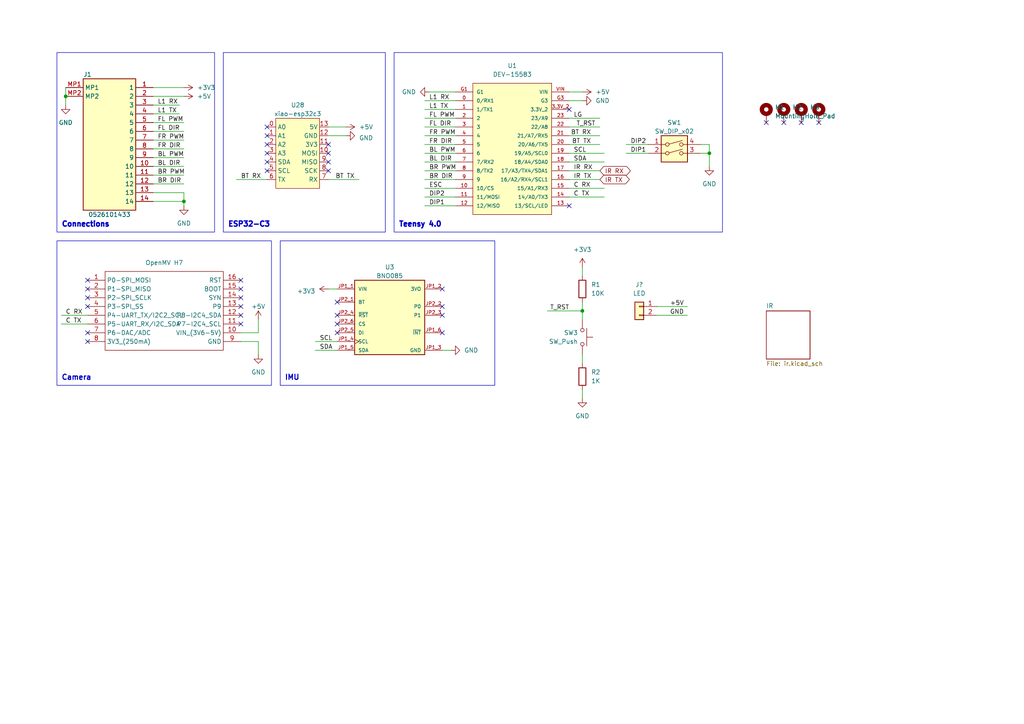
<source format=kicad_sch>
(kicad_sch (version 20230121) (generator eeschema)
  (paper "A4")
  (lib_symbols
    (symbol "4754:4754" (pin_names (offset 1.016))
      (property "Reference" "U" (at -10.16 12.192 0))
      (property "Value" "4754" (at -10.16 -12.7 0))
      (symbol "4754_0_0"
        (rectangle (start -10.16 11.43) (end 10.16 -10.16) (stroke (width 0.254)) (fill (type background)))
        (pin input line (at -15.24 8.89 0) (length 5.08) (name "VIN") (number "JP1_1"))
        (pin output line (at 15.24 8.89 180) (length 5.08) (name "3VO") (number "JP1_2"))
        (pin power_in line (at 15.24 -8.89 180) (length 5.08) (name "GND") (number "JP1_3"))
        (pin bidirectional clock (at -15.24 -6.35 0) (length 5.08) (name "SCL") (number "JP1_4"))
        (pin bidirectional line (at -15.24 -8.89 0) (length 5.08) (name "SDA") (number "JP1_5"))
        (pin output line (at 15.24 -3.81 180) (length 5.08) (name "~{INT}") (number "JP1_6"))
        (pin input line (at -15.24 5.08 0) (length 5.08) (name "BT") (number "JP2_1"))
        (pin bidirectional line (at 15.24 3.81 180) (length 5.08) (name "P0") (number "JP2_2"))
        (pin bidirectional line (at 15.24 1.27 180) (length 5.08) (name "P1") (number "JP2_3"))
        (pin input line (at -15.24 1.27 0) (length 5.08) (name "~{RST}") (number "JP2_4"))
        (pin input line (at -15.24 -3.81 0) (length 5.08) (name "DI") (number "JP2_5"))
        (pin input line (at -15.24 -1.27 0) (length 5.08) (name "CS") (number "JP2_6"))
      )
    )
    (symbol "52271-1479:52271-1479"
      (property "Reference" "J" (at 21.59 7.62 0))
      (property "Value" "52271-1479" (at 21.59 5.08 0))
      (symbol "52271-1479_1_1"
        (rectangle (start 5.08 2.54) (end 20.32 -35.56) (stroke (width 0.254)) (fill (type background)))
        (pin passive line (at 25.4 0 180) (length 5.08) (name "1") (number "1"))
        (pin passive line (at 25.4 -22.86 180) (length 5.08) (name "10") (number "10"))
        (pin passive line (at 25.4 -25.4 180) (length 5.08) (name "11") (number "11"))
        (pin passive line (at 25.4 -27.94 180) (length 5.08) (name "12") (number "12"))
        (pin passive line (at 25.4 -30.48 180) (length 5.08) (name "13") (number "13"))
        (pin passive line (at 25.4 -33.02 180) (length 5.08) (name "14") (number "14"))
        (pin passive line (at 25.4 -2.54 180) (length 5.08) (name "2") (number "2"))
        (pin passive line (at 25.4 -5.08 180) (length 5.08) (name "3") (number "3"))
        (pin passive line (at 25.4 -7.62 180) (length 5.08) (name "4") (number "4"))
        (pin passive line (at 25.4 -10.16 180) (length 5.08) (name "5") (number "5"))
        (pin passive line (at 25.4 -12.7 180) (length 5.08) (name "6") (number "6"))
        (pin passive line (at 25.4 -15.24 180) (length 5.08) (name "7") (number "7"))
        (pin passive line (at 25.4 -17.78 180) (length 5.08) (name "8") (number "8"))
        (pin passive line (at 25.4 -20.32 180) (length 5.08) (name "9") (number "9"))
        (pin passive line (at 0 0 0) (length 5.08) (name "MP1") (number "MP1"))
        (pin passive line (at 0 -2.54 0) (length 5.08) (name "MP2") (number "MP2"))
      )
    )
    (symbol "Connector_Generic:Conn_01x02" (pin_names (offset 1.016) hide)
      (property "Reference" "J" (at 0 2.54 0))
      (property "Value" "Conn_01x02" (at 0 -5.08 0))
      (symbol "Conn_01x02_1_1"
        (rectangle (start -1.27 -2.413) (end 0 -2.667) (stroke (width 0.1524)))
        (rectangle (start -1.27 0.127) (end 0 -0.127) (stroke (width 0.1524)))
        (rectangle (start -1.27 1.27) (end 1.27 -3.81) (stroke (width 0.254)) (fill (type background)))
        (pin passive line (at -5.08 0 0) (length 3.81) (name "Pin_1") (number "1"))
        (pin passive line (at -5.08 -2.54 0) (length 3.81) (name "Pin_2") (number "2"))
      )
    )
    (symbol "Device:R" (pin_numbers hide) (pin_names (offset 0))
      (property "Reference" "R" (at 2.032 0 90))
      (property "Value" "R" (at 0 0 90))
      (symbol "R_0_1"
        (rectangle (start -1.016 -2.54) (end 1.016 2.54) (stroke (width 0.254)))
      )
      (symbol "R_1_1"
        (pin passive line (at 0 3.81 270) (length 1.27) (name "~") (number "1"))
        (pin passive line (at 0 -3.81 90) (length 1.27) (name "~") (number "2"))
      )
    )
    (symbol "Mechanical:MountingHole_Pad" (pin_numbers hide) (pin_names (offset 1.016) hide)
      (property "Reference" "H" (at 0 6.35 0))
      (property "Value" "MountingHole_Pad" (at 0 4.445 0))
      (symbol "MountingHole_Pad_0_1"
        (circle (center 0 1.27) (radius 1.27) (stroke (width 1.27)))
      )
      (symbol "MountingHole_Pad_1_1"
        (pin input line (at 0 -2.54 90) (length 2.54) (name "1") (number "1"))
      )
    )
    (symbol "OpenMV:OpenMV_H7"
      (property "Reference" "U" (at -16.51 3.81 0))
      (property "Value" "OpenMV H7" (at -12.7 1.27 0))
      (symbol "OpenMV_H7_0_1"
        (rectangle (start -17.78 0) (end 16.51 -22.86))
      )
      (symbol "OpenMV_H7_1_1"
        (pin input line (at -22.86 -2.54 0) (length 5.08) (name "P0-SPI_MOSI") (number "1"))
        (pin power_in line (at 21.59 -17.78 180) (length 5.08) (name "VIN_(3V6-5V)") (number "10"))
        (pin input line (at 21.59 -15.24 180) (length 5.08) (name "P7-I2C4_SCL") (number "11"))
        (pin bidirectional line (at 21.59 -12.7 180) (length 5.08) (name "P8-I2C4_SDA") (number "12"))
        (pin input line (at 21.59 -10.16 180) (length 5.08) (name "P9") (number "13"))
        (pin input line (at 21.59 -7.62 180) (length 5.08) (name "SYN") (number "14"))
        (pin input line (at 21.59 -5.08 180) (length 5.08) (name "BOOT") (number "15"))
        (pin input line (at 21.59 -2.54 180) (length 5.08) (name "RST") (number "16"))
        (pin input line (at -22.86 -5.08 0) (length 5.08) (name "P1-SPI_MISO") (number "2"))
        (pin input line (at -22.86 -7.62 0) (length 5.08) (name "P2-SPI_SCLK") (number "3"))
        (pin input line (at -22.86 -10.16 0) (length 5.08) (name "P3-SPI_SS") (number "4"))
        (pin input line (at -22.86 -12.7 0) (length 5.08) (name "P4-UART_TX/I2C2_SCL") (number "5"))
        (pin bidirectional line (at -22.86 -15.24 0) (length 5.08) (name "P5-UART_RX/I2C_SDA") (number "6"))
        (pin input line (at -22.86 -17.78 0) (length 5.08) (name "P6-DAC/ADC") (number "7"))
        (pin power_out line (at -22.86 -20.32 0) (length 5.08) (name "3V3_(250mA)") (number "8"))
        (pin power_in line (at 21.59 -20.32 180) (length 5.08) (name "GND") (number "9"))
      )
    )
    (symbol "Seeed_Studio_XIAO_Series:xiao-esp32c3"
      (property "Reference" "U" (at -5.08 1.27 0))
      (property "Value" "xiao-esp32c3" (at 0 -21.59 0))
      (symbol "xiao-esp32c3_1_1"
        (rectangle (start -6.35 0) (end 6.35 -20.32) (fill (type background)))
        (pin input line (at -8.89 -2.54 0) (length 2.54) (name "A0") (number "0"))
        (pin input line (at -8.89 -5.08 0) (length 2.54) (name "A1") (number "1"))
        (pin bidirectional line (at 8.89 -10.16 180) (length 2.54) (name "MOSI") (number "10"))
        (pin bidirectional line (at 8.89 -7.62 180) (length 2.54) (name "3V3") (number "11"))
        (pin bidirectional line (at 8.89 -5.08 180) (length 2.54) (name "GND") (number "12"))
        (pin bidirectional line (at 8.89 -2.54 180) (length 2.54) (name "5V") (number "13"))
        (pin input line (at -8.89 -7.62 0) (length 2.54) (name "A2") (number "2"))
        (pin input line (at -8.89 -10.16 0) (length 2.54) (name "A3") (number "3"))
        (pin bidirectional line (at -8.89 -12.7 0) (length 2.54) (name "SDA") (number "4"))
        (pin bidirectional line (at -8.89 -15.24 0) (length 2.54) (name "SCL") (number "5"))
        (pin bidirectional line (at -8.89 -17.78 0) (length 2.54) (name "TX") (number "6"))
        (pin bidirectional line (at 8.89 -17.78 180) (length 2.54) (name "RX") (number "7"))
        (pin bidirectional line (at 8.89 -15.24 180) (length 2.54) (name "SCK") (number "8"))
        (pin bidirectional line (at 8.89 -12.7 180) (length 2.54) (name "MISO") (number "9"))
      )
    )
    (symbol "Switch:SW_DIP_x02" (pin_names (offset 0) hide)
      (property "Reference" "SW" (at 0 6.35 0))
      (property "Value" "SW_DIP_x02" (at 0 -3.81 0))
      (symbol "SW_DIP_x02_0_0"
        (circle (center -2.032 0) (radius 0.508))
        (circle (center -2.032 2.54) (radius 0.508))
        (polyline (pts (xy -1.524 0.127) (xy 2.3622 1.1684)))
        (polyline (pts (xy -1.524 2.667) (xy 2.3622 3.7084)))
        (circle (center 2.032 0) (radius 0.508))
        (circle (center 2.032 2.54) (radius 0.508))
      )
      (symbol "SW_DIP_x02_0_1"
        (rectangle (start -3.81 5.08) (end 3.81 -2.54) (stroke (width 0.254)) (fill (type background)))
      )
      (symbol "SW_DIP_x02_1_1"
        (pin passive line (at -7.62 2.54 0) (length 5.08) (name "~") (number "1"))
        (pin passive line (at -7.62 0 0) (length 5.08) (name "~") (number "2"))
        (pin passive line (at 7.62 0 180) (length 5.08) (name "~") (number "3"))
        (pin passive line (at 7.62 2.54 180) (length 5.08) (name "~") (number "4"))
      )
    )
    (symbol "Switch:SW_Push" (pin_numbers hide) (pin_names (offset 1.016) hide)
      (property "Reference" "SW" (at 1.27 2.54 0))
      (property "Value" "SW_Push" (at 0 -1.524 0))
      (symbol "SW_Push_0_1"
        (circle (center -2.032 0) (radius 0.508))
        (polyline (pts (xy 0 1.27) (xy 0 3.048)))
        (polyline (pts (xy 2.54 1.27) (xy -2.54 1.27)))
        (circle (center 2.032 0) (radius 0.508))
        (pin passive line (at -5.08 0 0) (length 2.54) (name "1") (number "1"))
        (pin passive line (at 5.08 0 180) (length 2.54) (name "2") (number "2"))
      )
    )
    (symbol "Teensy 4.0:Teensy 4.0" (pin_names (offset 1.016)) (in_bom no)
      (property "Reference" "U" (at -12.7 23.622 0))
      (property "Value" "Teensy 4.0" (at -12.7 -17.78 0))
      (symbol "Teensy 4.0_0_0"
        (rectangle (start -11.43 22.86) (end 11.43 -15.24) (stroke (width 0.1524)) (fill (type background)))
        (pin bidirectional line (at -16.51 12.7 0) (length 5.08) (name "2") (number "2"))
        (pin bidirectional line (at -16.51 10.16 0) (length 5.08) (name "3") (number "3"))
        (pin power_in line (at 16.51 15.24 180) (length 5.08) (name "3.3V_2") (number "3.3V_2"))
        (pin bidirectional line (at -16.51 7.62 0) (length 5.08) (name "4") (number "4"))
        (pin bidirectional line (at -16.51 5.08 0) (length 5.08) (name "5") (number "5"))
        (pin bidirectional line (at -16.51 2.54 0) (length 5.08) (name "6") (number "6"))
        (pin bidirectional line (at -16.51 -5.08 0) (length 5.08) (name "9") (number "9"))
        (pin power_in line (at -16.51 20.32 0) (length 5.08) (name "G1") (number "G1"))
        (pin power_in line (at 16.51 17.78 180) (length 5.08) (name "G3") (number "G3"))
        (pin power_in line (at 16.51 20.32 180) (length 5.08) (name "VIN") (number "VIN"))
      )
      (symbol "Teensy 4.0_1_0"
        (pin bidirectional line (at -16.51 17.78 0) (length 5.08) (name "0/RX1") (number "0"))
        (pin bidirectional line (at -16.51 15.24 0) (length 5.08) (name "1/TX1") (number "1"))
        (pin bidirectional line (at -16.51 -7.62 0) (length 5.08) (name "10/CS") (number "10"))
        (pin bidirectional line (at -16.51 -10.16 0) (length 5.08) (name "11/MOSI") (number "11"))
        (pin bidirectional line (at -16.51 -12.7 0) (length 5.08) (name "12/MISO") (number "12"))
        (pin bidirectional line (at 16.51 -12.7 180) (length 5.08) (name "13/SCL/LED") (number "13"))
        (pin bidirectional line (at 16.51 -10.16 180) (length 5.08) (name "14/A0/TX3") (number "14"))
        (pin bidirectional line (at 16.51 -7.62 180) (length 5.08) (name "15/A1/RX3") (number "15"))
        (pin bidirectional line (at 16.51 -5.08 180) (length 5.08) (name "16/A2/RX4/SCL1") (number "16"))
        (pin bidirectional line (at 16.51 -2.54 180) (length 5.08) (name "17/A3/TX4/SDA1") (number "17"))
        (pin bidirectional line (at 16.51 0 180) (length 5.08) (name "18/A4/SDA0") (number "18"))
        (pin bidirectional line (at 16.51 2.54 180) (length 5.08) (name "19/A5/SCL0") (number "19"))
        (pin bidirectional line (at 16.51 5.08 180) (length 5.08) (name "20/A6/TX5") (number "20"))
        (pin bidirectional line (at 16.51 7.62 180) (length 5.08) (name "21/A7/RX5") (number "21"))
        (pin bidirectional line (at 16.51 10.16 180) (length 5.08) (name "22/A8") (number "22"))
        (pin bidirectional line (at 16.51 12.7 180) (length 5.08) (name "23/A9") (number "23"))
        (pin bidirectional line (at -16.51 0 0) (length 5.08) (name "7/RX2") (number "7"))
        (pin bidirectional line (at -16.51 -2.54 0) (length 5.08) (name "8/TX2") (number "8"))
      )
    )
    (symbol "power:+3V3" (power) (pin_names (offset 0))
      (property "Value" "+3V3" (at 0 3.556 0))
      (symbol "+3V3_0_1"
        (polyline (pts (xy -0.762 1.27) (xy 0 2.54)))
        (polyline (pts (xy 0 0) (xy 0 2.54)))
        (polyline (pts (xy 0 2.54) (xy 0.762 1.27)))
      )
      (symbol "+3V3_1_1"
        (pin power_in line (at 0 0 90) (length 0) hide (name "+3V3") (number "1"))
      )
    )
    (symbol "power:+5V" (power) (pin_names (offset 0))
      (property "Value" "+5V" (at 0 3.556 0))
      (symbol "+5V_0_1"
        (polyline (pts (xy -0.762 1.27) (xy 0 2.54)))
        (polyline (pts (xy 0 0) (xy 0 2.54)))
        (polyline (pts (xy 0 2.54) (xy 0.762 1.27)))
      )
      (symbol "+5V_1_1"
        (pin power_in line (at 0 0 90) (length 0) hide (name "+5V") (number "1"))
      )
    )
    (symbol "power:GND" (power) (pin_names (offset 0))
      (property "Value" "GND" (at 0 -3.81 0))
      (symbol "GND_0_1"
        (polyline (pts (xy 0 0) (xy 0 -1.27) (xy 1.27 -1.27) (xy 0 -2.54) (xy -1.27 -1.27) (xy 0 -1.27)))
      )
      (symbol "GND_1_1"
        (pin power_in line (at 0 0 270) (length 0) hide (name "GND") (number "1"))
      )
    )
  )
  (junction (at 19.05 27.94))
  (junction (at 205.74 44.45))
  (junction (at 168.91 90.17))
  (junction (at 53.34 58.42))
  (no_connect (at 227.33 35.56))
  (no_connect (at 97.79 96.52))
  (no_connect (at 25.4 88.9))
  (no_connect (at 69.85 91.44))
  (no_connect (at 95.25 46.99))
  (no_connect (at 69.85 93.98))
  (no_connect (at 77.47 41.91))
  (no_connect (at 95.25 44.45))
  (no_connect (at 97.79 91.44))
  (no_connect (at 69.85 81.28))
  (no_connect (at 25.4 96.52))
  (no_connect (at 77.47 39.37))
  (no_connect (at 232.41 35.56))
  (no_connect (at 77.47 44.45))
  (no_connect (at 128.27 96.52))
  (no_connect (at 128.27 88.9))
  (no_connect (at 95.25 49.53))
  (no_connect (at 69.85 83.82))
  (no_connect (at 69.85 86.36))
  (no_connect (at 165.1 31.75))
  (no_connect (at 25.4 99.06))
  (no_connect (at 69.85 88.9))
  (no_connect (at 97.79 87.63))
  (no_connect (at 77.47 36.83))
  (no_connect (at 77.47 49.53))
  (no_connect (at 165.1 59.69))
  (no_connect (at 25.4 83.82))
  (no_connect (at 237.49 35.56))
  (no_connect (at 25.4 86.36))
  (no_connect (at 128.27 83.82))
  (no_connect (at 95.25 41.91))
  (no_connect (at 222.25 35.56))
  (no_connect (at 25.4 81.28))
  (no_connect (at 97.79 93.98))
  (no_connect (at 128.27 91.44))
  (no_connect (at 77.47 46.99))
  (wire (pts (xy 123.19 36.83) (xy 132.08 36.83)))
  (wire (pts (xy 168.91 105.41) (xy 168.91 102.87)))
  (wire (pts (xy 44.45 55.88) (xy 53.34 55.88)))
  (wire (pts (xy 205.74 44.45) (xy 205.74 48.26)))
  (wire (pts (xy 123.19 59.69) (xy 132.08 59.69)))
  (wire (pts (xy 44.45 58.42) (xy 53.34 58.42)))
  (wire (pts (xy 123.19 57.15) (xy 132.08 57.15)))
  (wire (pts (xy 97.79 83.82) (xy 95.25 83.82)))
  (wire (pts (xy 165.1 41.91) (xy 173.99 41.91)))
  (wire (pts (xy 165.1 52.07) (xy 173.99 52.07)))
  (wire (pts (xy 44.45 53.34) (xy 53.34 53.34)))
  (wire (pts (xy 17.78 93.98) (xy 25.4 93.98)))
  (wire (pts (xy 74.93 99.06) (xy 74.93 102.87)))
  (wire (pts (xy 91.44 99.06) (xy 97.79 99.06)))
  (wire (pts (xy 91.44 101.6) (xy 97.79 101.6)))
  (wire (pts (xy 44.45 45.72) (xy 53.34 45.72)))
  (wire (pts (xy 44.45 40.64) (xy 53.34 40.64)))
  (wire (pts (xy 168.91 77.47) (xy 168.91 80.01)))
  (wire (pts (xy 165.1 29.21) (xy 168.91 29.21)))
  (wire (pts (xy 165.1 34.29) (xy 173.99 34.29)))
  (wire (pts (xy 168.91 87.63) (xy 168.91 90.17)))
  (wire (pts (xy 203.2 44.45) (xy 205.74 44.45)))
  (wire (pts (xy 123.19 52.07) (xy 132.08 52.07)))
  (wire (pts (xy 128.27 101.6) (xy 130.81 101.6)))
  (wire (pts (xy 168.91 90.17) (xy 158.75 90.17)))
  (wire (pts (xy 165.1 36.83) (xy 173.99 36.83)))
  (wire (pts (xy 190.5 91.44) (xy 199.39 91.44)))
  (wire (pts (xy 44.45 30.48) (xy 52.07 30.48)))
  (wire (pts (xy 44.45 35.56) (xy 53.34 35.56)))
  (wire (pts (xy 53.34 55.88) (xy 53.34 58.42)))
  (wire (pts (xy 123.19 49.53) (xy 132.08 49.53)))
  (wire (pts (xy 168.91 113.03) (xy 168.91 115.57)))
  (wire (pts (xy 203.2 41.91) (xy 205.74 41.91)))
  (wire (pts (xy 68.58 52.07) (xy 77.47 52.07)))
  (wire (pts (xy 69.85 99.06) (xy 74.93 99.06)))
  (wire (pts (xy 181.61 41.91) (xy 187.96 41.91)))
  (wire (pts (xy 165.1 49.53) (xy 173.99 49.53)))
  (wire (pts (xy 44.45 33.02) (xy 52.07 33.02)))
  (wire (pts (xy 123.19 34.29) (xy 132.08 34.29)))
  (wire (pts (xy 17.78 91.44) (xy 25.4 91.44)))
  (wire (pts (xy 123.19 54.61) (xy 132.08 54.61)))
  (wire (pts (xy 123.19 41.91) (xy 132.08 41.91)))
  (wire (pts (xy 44.45 50.8) (xy 53.34 50.8)))
  (wire (pts (xy 95.25 39.37) (xy 100.33 39.37)))
  (wire (pts (xy 165.1 26.67) (xy 168.91 26.67)))
  (wire (pts (xy 165.1 39.37) (xy 173.99 39.37)))
  (wire (pts (xy 165.1 46.99) (xy 175.26 46.99)))
  (wire (pts (xy 165.1 54.61) (xy 175.26 54.61)))
  (wire (pts (xy 95.25 36.83) (xy 100.33 36.83)))
  (wire (pts (xy 123.19 39.37) (xy 132.08 39.37)))
  (wire (pts (xy 123.19 44.45) (xy 132.08 44.45)))
  (wire (pts (xy 19.05 25.4) (xy 19.05 27.94)))
  (wire (pts (xy 165.1 44.45) (xy 175.26 44.45)))
  (wire (pts (xy 44.45 38.1) (xy 53.34 38.1)))
  (wire (pts (xy 168.91 90.17) (xy 168.91 92.71)))
  (wire (pts (xy 19.05 27.94) (xy 19.05 30.48)))
  (wire (pts (xy 205.74 41.91) (xy 205.74 44.45)))
  (wire (pts (xy 44.45 48.26) (xy 53.34 48.26)))
  (wire (pts (xy 44.45 43.18) (xy 53.34 43.18)))
  (wire (pts (xy 123.19 29.21) (xy 132.08 29.21)))
  (wire (pts (xy 132.08 26.67) (xy 124.46 26.67)))
  (wire (pts (xy 69.85 96.52) (xy 74.93 96.52)))
  (wire (pts (xy 165.1 57.15) (xy 175.26 57.15)))
  (wire (pts (xy 74.93 92.71) (xy 74.93 96.52)))
  (wire (pts (xy 190.5 88.9) (xy 199.39 88.9)))
  (wire (pts (xy 181.61 44.45) (xy 187.96 44.45)))
  (wire (pts (xy 44.45 25.4) (xy 53.34 25.4)))
  (wire (pts (xy 53.34 59.69) (xy 53.34 58.42)))
  (wire (pts (xy 123.19 46.99) (xy 132.08 46.99)))
  (wire (pts (xy 44.45 27.94) (xy 53.34 27.94)))
  (wire (pts (xy 104.14 52.07) (xy 95.25 52.07)))
  (wire (pts (xy 123.19 31.75) (xy 132.08 31.75)))
  (rectangle (start 64.77 15.24) (end 111.76 67.31))
  (rectangle (start 114.3 15.24) (end 209.55 67.31))
  (rectangle (start 16.51 69.85) (end 78.74 111.76))
  (rectangle (start 16.51 15.24) (end 62.23 67.31))
  (rectangle (start 81.28 69.85) (end 143.51 111.76))
  (text "ESP32-C3" (at 66.04 66.04 0) (effects (font (size 1.5 1.5) (thickness 0.4) bold) (justify left bottom)))
  (text "Camera" (at 17.78 110.49 0) (effects (font (size 1.5 1.5) (thickness 0.3) bold) (justify left bottom)))
  (text "Teensy 4.0" (at 115.57 66.04 0) (effects (font (size 1.5 1.5) (thickness 0.4) bold) (justify left bottom)))
  (text "IMU" (at 82.55 110.49 0) (effects (font (size 1.5 1.5) (thickness 0.3) bold) (justify left bottom)))
  (text "Connections" (at 17.78 66.04 0) (effects (font (size 1.5 1.5) (thickness 0.4) bold) (justify left bottom)))
  (label "BL DIR" (at 124.46 46.99 0))
  (label "BR DIR" (at 124.46 52.07 0))
  (label "L1 RX" (at 45.72 30.48 0))
  (label "L1 TX" (at 124.46 31.75 0))
  (label "L1 TX" (at 45.72 33.02 0))
  (label "C TX" (at 19.05 93.98 0))
  (label "C RX" (at 166.37 54.61 0))
  (label "T_RST" (at 165.1 90.17 180))
  (label "FL DIR" (at 124.46 36.83 0))
  (label "DIP1" (at 182.88 44.45 0))
  (label "BR PWM" (at 124.46 49.53 0))
  (label "DIP2" (at 124.46 57.15 0))
  (label "BT TX" (at 171.45 41.91 180))
  (label "BR DIR" (at 45.72 53.34 0))
  (label "BL PWM" (at 45.72 45.72 0))
  (label "BR PWM" (at 45.72 50.8 0))
  (label "DIP1" (at 124.46 59.69 0))
  (label "SDA" (at 166.37 46.99 0))
  (label "BT RX" (at 69.85 52.07 0))
  (label "FR DIR" (at 45.72 43.18 0))
  (label "IR TX" (at 166.37 52.07 0))
  (label "+5V" (at 194.31 88.9 0))
  (label "ESC" (at 124.46 54.61 0))
  (label "SCL" (at 166.37 44.45 0))
  (label "C TX" (at 166.37 57.15 0))
  (label "DIP2" (at 182.88 41.91 0))
  (label "FR PWM" (at 124.46 39.37 0))
  (label "FR DIR" (at 124.46 41.91 0))
  (label "LG" (at 166.37 34.29 0))
  (label "C RX" (at 19.05 91.44 0))
  (label "SDA" (at 92.71 101.6 0))
  (label "FL PWM" (at 45.72 35.56 0))
  (label "FR PWM" (at 45.72 40.64 0))
  (label "BL DIR" (at 45.72 48.26 0))
  (label "FL DIR" (at 45.72 38.1 0))
  (label "GND" (at 194.31 91.44 0))
  (label "L1 RX" (at 124.46 29.21 0))
  (label "FL PWM" (at 124.46 34.29 0))
  (label "BL PWM" (at 124.46 44.45 0))
  (label "SCL" (at 92.71 99.06 0))
  (label "BT TX" (at 102.87 52.07 180))
  (label "IR RX" (at 166.37 49.53 0))
  (label "T_RST" (at 172.72 36.83 180))
  (label "BT RX" (at 171.45 39.37 180))
  (global_label "IR TX" (shape bidirectional) (at 173.99 52.07 0) (property "Intersheetrefs" "${INTERSHEET_REFS}" (effects hide)))
  (global_label "IR RX" (shape bidirectional) (at 173.99 49.53 0) (property "Intersheetrefs" "${INTERSHEET_REFS}" (effects hide)))
  (symbol (lib_id "Connector_Generic:Conn_01x02") (at 185.42 88.9 0) (mirror y) (unit 1)
    (property "Reference" "J?" (at 185.42 82.55 0))
    (property "Value" "LED" (at 185.42 85.09 0))
    (property "Footprint" "LED_THT:LED_D3.0mm_Horizontal_O1.27mm_Z2.0mm_Clear" (effects hide))
  )
  (symbol (lib_id "OpenMV:OpenMV_H7") (at 48.26 78.74 0) (unit 1)
    (property "Reference" "U2" (effects hide))
    (property "Value" "OpenMV H7" (at 47.625 76.2 0))
    (property "Footprint" "footprints:openmv" (effects hide))
    (property "Datasheet" "https://cdn.shopify.com/s/files/1/0803/9211/files/OpenMV-H7.pdf?10726770933929369108" (effects hide))
  )
  (symbol (lib_id "52271-1479:52271-1479") (at 19.05 25.4 0) (unit 1)
    (property "Reference" "J1" (at 25.4 21.59 0))
    (property "Value" "0526101433" (at 31.75 62.23 0))
    (property "Footprint" "footprints:522711479" (effects hide))
    (property "Datasheet" "http://uk.rs-online.com/web/p/products/5109607" (effects hide))
    (property "Height" "3.2" (effects hide))
    (property "Manufacturer_Name" "Molex" (effects hide))
    (property "Manufacturer_Part_Number" "52271-1479" (effects hide))
    (property "Mouser Part Number" "538-52271-1479" (effects hide))
    (property "Mouser Price/Stock" "https://www.mouser.co.uk/ProductDetail/Molex/52271-1479?qs=nP5hwMgPNFTZQPK5cfBhrw%3D%3D" (effects hide))
    (property "Arrow Part Number" "0526101433" (effects hide))
    (property "Arrow Price/Stock" "https://www.arrow.com/en/products/0526101433/molex" (effects hide))
  )
  (symbol (lib_id "power:GND") (at 205.74 48.26 0) (unit 1)
    (property "Reference" "#PWR09" (effects hide))
    (property "Value" "GND" (at 205.74 53.34 0))
  )
  (symbol (lib_id "Device:R") (at 168.91 83.82 0) (unit 1)
    (property "Reference" "R1" (at 171.45 82.55 0) (effects (justify left)))
    (property "Value" "10K" (at 171.45 85.09 0) (effects (justify left)))
    (property "Footprint" "footprints:res0603" (effects hide))
  )
  (symbol (lib_id "power:GND") (at 168.91 29.21 90) (unit 1)
    (property "Reference" "#PWR0118" (effects hide))
    (property "Value" "GND" (at 172.72 29.21 90) (effects (justify right)))
  )
  (symbol (lib_id "power:+5V") (at 74.93 92.71 0) (unit 1)
    (property "Reference" "#PWR0104" (effects hide))
    (property "Value" "+5V" (at 74.93 88.9 0))
  )
  (symbol (lib_id "power:GND") (at 53.34 59.69 0) (unit 1)
    (property "Reference" "#PWR03" (effects hide))
    (property "Value" "GND" (at 53.34 64.77 0))
  )
  (symbol (lib_id "power:GND") (at 19.05 30.48 0) (unit 1)
    (property "Reference" "#PWR014" (effects hide))
    (property "Value" "GND" (at 19.05 35.56 0))
  )
  (symbol (lib_id "Teensy 4.0:Teensy 4.0") (at 148.59 46.99 0) (unit 1) (in_bom no)
    (property "Reference" "U1" (at 148.59 19.05 0))
    (property "Value" "DEV-15583" (at 148.59 21.59 0))
    (property "Footprint" "footprints:teensy4" (effects hide))
    (property "STANDARD" "Manufacturer Recommendations" (effects hide))
    (property "MAXIMUM_PACKAGE_HEIGHT" "5.87mm" (effects hide))
    (property "MANUFACTURER" "Sparkfun" (effects hide))
  )
  (symbol (lib_id "power:GND") (at 74.93 102.87 0) (unit 1)
    (property "Reference" "#PWR0105" (effects hide))
    (property "Value" "GND" (at 74.93 107.95 0))
  )
  (symbol (lib_id "Device:R") (at 168.91 109.22 0) (unit 1)
    (property "Reference" "R2" (at 171.45 107.95 0) (effects (justify left)))
    (property "Value" "1K" (at 171.45 110.49 0) (effects (justify left)))
    (property "Footprint" "footprints:res0603" (effects hide))
  )
  (symbol (lib_id "power:+3V3") (at 168.91 77.47 0) (mirror y) (unit 1)
    (property "Reference" "#PWR012" (effects hide))
    (property "Value" "+3V3" (at 168.91 72.39 0))
  )
  (symbol (lib_id "power:GND") (at 100.33 39.37 90) (unit 1)
    (property "Reference" "#PWR05" (effects hide))
    (property "Value" "GND" (at 104.14 40.005 90) (effects (justify right)))
  )
  (symbol (lib_id "Mechanical:MountingHole_Pad") (at 222.25 33.02 0) (unit 1)
    (property "Reference" "H1" (at 224.79 31.115 0) (effects (justify left)))
    (property "Value" "MountingHole_Pad" (at 224.79 33.655 0) (effects (justify left)))
    (property "Footprint" "MountingHole:MountingHole_3.2mm_M3_Pad_Via" (effects hide))
  )
  (symbol (lib_id "Mechanical:MountingHole_Pad") (at 237.49 33.02 0) (unit 1)
    (property "Reference" "H4" (effects hide))
    (property "Value" "MountingHole_Pad" (effects hide))
    (property "Footprint" "MountingHole:MountingHole_3.2mm_M3_Pad_Via" (effects hide))
  )
  (symbol (lib_id "power:+5V") (at 100.33 36.83 270) (unit 1)
    (property "Reference" "#PWR04" (effects hide))
    (property "Value" "+5V" (at 104.14 36.83 90) (effects (justify left)))
  )
  (symbol (lib_id "power:+3V3") (at 95.25 83.82 90) (unit 1)
    (property "Reference" "#PWR06" (effects hide))
    (property "Value" "+3V3" (at 91.44 84.455 90) (effects (justify left)))
  )
  (symbol (lib_id "Switch:SW_DIP_x02") (at 195.58 44.45 0) (unit 1)
    (property "Reference" "SW1" (at 195.58 35.56 0))
    (property "Value" "SW_DIP_x02" (at 195.58 38.1 0))
    (property "Footprint" "Button_Switch_SMD:SW_DIP_SPSTx02_Slide_6.7x6.64mm_W8.61mm_P2.54mm_LowProfile" (effects hide))
  )
  (symbol (lib_id "power:+3V3") (at 53.34 25.4 270) (unit 1)
    (property "Reference" "#PWR01" (effects hide))
    (property "Value" "+3V3" (at 57.15 25.4 90) (effects (justify left)))
  )
  (symbol (lib_id "power:+5V") (at 53.34 27.94 270) (unit 1)
    (property "Reference" "#PWR02" (effects hide))
    (property "Value" "+5V" (at 57.15 27.94 90) (effects (justify left)))
  )
  (symbol (lib_id "power:GND") (at 130.81 101.6 90) (unit 1)
    (property "Reference" "#PWR08" (effects hide))
    (property "Value" "GND" (at 134.62 101.6 90) (effects (justify right)))
  )
  (symbol (lib_id "Mechanical:MountingHole_Pad") (at 227.33 33.02 0) (unit 1)
    (property "Reference" "H2" (at 229.87 31.115 0) (effects (justify left)))
    (property "Value" "MountingHole_Pad" (effects hide))
    (property "Footprint" "MountingHole:MountingHole_3.2mm_M3_Pad_Via" (effects hide))
  )
  (symbol (lib_id "Switch:SW_Push") (at 168.91 97.79 270) (mirror x) (unit 1)
    (property "Reference" "SW3" (at 167.64 96.52 90) (effects (justify right)))
    (property "Value" "SW_Push" (at 167.64 99.06 90) (effects (justify right)))
    (property "Footprint" "footprints:SW_PUSH_SPST" (effects hide))
  )
  (symbol (lib_id "power:GND") (at 124.46 26.67 270) (mirror x) (unit 1)
    (property "Reference" "#PWR0117" (effects hide))
    (property "Value" "GND" (at 120.65 26.67 90) (effects (justify right)))
  )
  (symbol (lib_id "4754:4754") (at 113.03 92.71 0) (unit 1)
    (property "Reference" "U3" (at 113.03 77.47 0))
    (property "Value" "BNO085" (at 113.03 80.01 0))
    (property "Footprint" "footprints:bno085" (effects hide))
    (property "MANUFACTURER" "Adafruit" (effects hide))
    (property "PARTREV" "2021-03-16" (effects hide))
    (property "STANDARD" "Manufacturer Recommendations" (effects hide))
    (property "SNAPEDA_PN" "4754" (effects hide))
    (property "MAXIMUM_PACKAGE_HEIGHT" "4.6mm" (effects hide))
  )
  (symbol (lib_id "power:+5V") (at 168.91 26.67 270) (unit 1)
    (property "Reference" "#PWR0115" (effects hide))
    (property "Value" "+5V" (at 172.72 26.67 90) (effects (justify left)))
  )
  (symbol (lib_id "Seeed_Studio_XIAO_Series:xiao-esp32c3") (at 86.36 34.29 0) (unit 1)
    (property "Reference" "U28" (at 86.36 30.48 0))
    (property "Value" "xiao-esp32c3" (at 86.36 33.02 0))
    (property "Footprint" "footprints:xiao-esp32c3" (effects hide))
    (property "Datasheet" "https://files.seeedstudio.com/wiki/XIAO_WiFi/Resources/esp32-c3_datasheet.pdf" (effects hide))
  )
  (symbol (lib_id "power:GND") (at 168.91 115.57 0) (mirror y) (unit 1)
    (property "Reference" "#PWR013" (effects hide))
    (property "Value" "GND" (at 168.91 120.65 0))
  )
  (symbol (lib_id "Mechanical:MountingHole_Pad") (at 232.41 33.02 0) (unit 1)
    (property "Reference" "H3" (at 234.95 31.115 0) (effects (justify left)))
    (property "Value" "MountingHole_Pad" (effects hide))
    (property "Footprint" "MountingHole:MountingHole_3.2mm_M3_Pad_Via" (effects hide))
  )
  (sheet (at 222.25 90.17) (size 12.7 13.97) (stroke (width 0.1524))
    (property "Sheetname" "IR" (at 222.25 89.4584 0) (effects (justify left bottom)))
    (property "Sheetfile" "ir.kicad_sch" (at 222.25 104.7246 0) (effects (justify left top)))
  )
)
</source>
